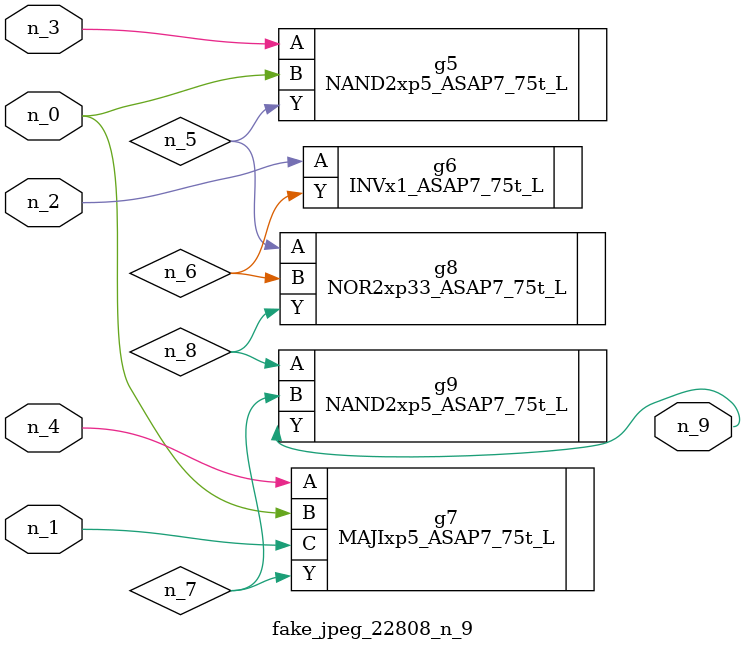
<source format=v>
module fake_jpeg_22808_n_9 (n_3, n_2, n_1, n_0, n_4, n_9);

input n_3;
input n_2;
input n_1;
input n_0;
input n_4;

output n_9;

wire n_8;
wire n_6;
wire n_5;
wire n_7;

NAND2xp5_ASAP7_75t_L g5 ( 
.A(n_3),
.B(n_0),
.Y(n_5)
);

INVx1_ASAP7_75t_L g6 ( 
.A(n_2),
.Y(n_6)
);

MAJIxp5_ASAP7_75t_L g7 ( 
.A(n_4),
.B(n_0),
.C(n_1),
.Y(n_7)
);

NOR2xp33_ASAP7_75t_L g8 ( 
.A(n_5),
.B(n_6),
.Y(n_8)
);

NAND2xp5_ASAP7_75t_L g9 ( 
.A(n_8),
.B(n_7),
.Y(n_9)
);


endmodule
</source>
